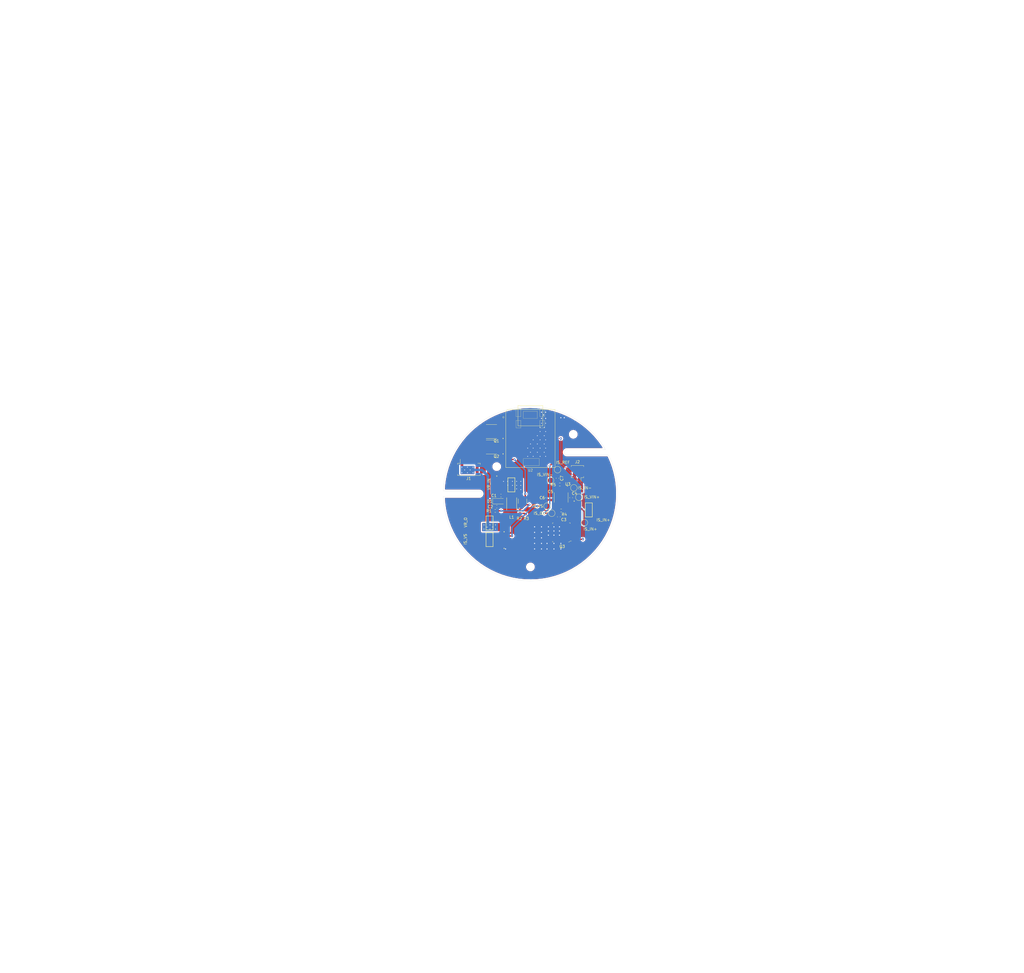
<source format=kicad_pcb>
(kicad_pcb (version 20171130) (host pcbnew 5.1.5+dfsg1-2build2)
  (layers (0 F.Cu mixed) (31 B.Cu mixed hide) (34 B.Paste user hide) (35 F.Paste user hide) (36 B.SilkS user hide) (37 F.SilkS user hide) (38 B.Mask user hide) (39 F.Mask user) (44 Edge.Cuts user hide))
  (net 0 "")
  (net 1 GND)
  (net 2 /12vRegulator/Vout)
  (net 3 "Net-(D1-Pad2)")
  (net 4 "Net-(R1-Pad2)")
  (net 5 "Net-(R2-Pad2)")
  (net 6 LED_W)
  (net 7 LED_B)
  (net 8 LED_G)
  (net 9 LED_R)
  (net 10 LED_G_IO)
  (net 11 LED_R_IO)
  (net 12 LED_W_IO)
  (net 13 LED_B_IO)
  (net 14 SHDN)
  (net 15 "Net-(Q3-Pad1)")
  (net 16 "Net-(C3-Pad1)")
  (net 17 "Net-(C4-Pad2)")
  (net 18 /currentSense/IN+)
  (net 19 /currentSense/OUT)
  (net 20 "Net-(R4-Pad2)")
  (net 21 "Net-(R5-Pad1)")
  (net 22 WirelssModule_Vin)
  (net 23 /currentSense/VS)
  (net 24 "Net-(J1-Pad1)")
  (net 25 "Net-(Q3-Pad3)")
  (net 26 +5V)
  (net 27 /12vRegulator/Vin)
  (module custom_transistors:SOIC127P600X170-8N (layer F.Cu) (at 108.05 101.8 180)
    (fp_text reference Q2 (at -1.8 -3.4) (layer F.SilkS))
    (fp_text value DMN3018SSD-13 hide)
    (pad 1 smd rect (at -2.625 -1.905 180) (size 1.58 0.59) (layers F.Cu F.Paste F.Mask) (net 1 GND))
    (pad 2 smd rect (at -2.625 -0.635 180) (size 1.58 0.59) (layers F.Cu F.Paste F.Mask) (net 12 LED_W_IO))
    (pad 3 smd rect (at -2.625 0.635 180) (size 1.58 0.59) (layers F.Cu F.Paste F.Mask) (net 1 GND))
    (pad 4 smd rect (at -2.625 1.905 180) (size 1.58 0.59) (layers F.Cu F.Paste F.Mask) (net 13 LED_B_IO))
    (pad 5 smd rect (at 2.625 1.905 180) (size 1.58 0.59) (layers F.Cu F.Paste F.Mask) (net 7 LED_B))
    (pad 6 smd rect (at 2.625 0.635 180) (size 1.58 0.59) (layers F.Cu F.Paste F.Mask) (net 7 LED_B))
    (pad 7 smd rect (at 2.625 -0.635 180) (size 1.58 0.59) (layers F.Cu F.Paste F.Mask) (net 6 LED_W))
    (pad 8 smd rect (at 2.625 -1.905 180) (size 1.58 0.59) (layers F.Cu F.Paste F.Mask) (net 6 LED_W))
  )
  (module custom_transistors:SOIC127P600X170-8N (layer F.Cu) (at 108.05 96.2 180)
    (fp_text reference Q1 (at -1.8 -3.4) (layer F.SilkS))
    (fp_text value DMN3018SSD-13 hide)
    (pad 1 smd rect (at -2.625 -1.905 180) (size 1.58 0.59) (layers F.Cu F.Paste F.Mask) (net 1 GND))
    (pad 2 smd rect (at -2.625 -0.635 180) (size 1.58 0.59) (layers F.Cu F.Paste F.Mask) (net 10 LED_G_IO))
    (pad 3 smd rect (at -2.625 0.635 180) (size 1.58 0.59) (layers F.Cu F.Paste F.Mask) (net 1 GND))
    (pad 4 smd rect (at -2.625 1.905 180) (size 1.58 0.59) (layers F.Cu F.Paste F.Mask) (net 11 LED_R_IO))
    (pad 5 smd rect (at 2.625 1.905 180) (size 1.58 0.59) (layers F.Cu F.Paste F.Mask) (net 9 LED_R))
    (pad 6 smd rect (at 2.625 0.635 180) (size 1.58 0.59) (layers F.Cu F.Paste F.Mask) (net 9 LED_R))
    (pad 7 smd rect (at 2.625 -0.635 180) (size 1.58 0.59) (layers F.Cu F.Paste F.Mask) (net 8 LED_G))
    (pad 8 smd rect (at 2.625 -1.905 180) (size 1.58 0.59) (layers F.Cu F.Paste F.Mask) (net 8 LED_G))
  )
  (module MountingHole:MountingHole_2.2mm_M2 (layer F.Cu) (at 122.15 145.2)
    (fp_text reference REF** hide)
    (fp_text value MountingHole_2.2mm_M2)
    (pad 1 np_thru_hole circle (at 0 0) (size 2.2 2.2) (drill 2.2) (layers *.Cu *.Mask))
  )
  (module MountingHole:MountingHole_2.2mm_M2 (layer F.Cu) (at 137.65 97.2)
    (fp_text reference REF** hide)
    (fp_text value MountingHole_2.2mm_M2)
    (pad 1 np_thru_hole circle (at 0 0) (size 2.2 2.2) (drill 2.2) (layers *.Cu *.Mask))
  )
  (module MountingHole:MountingHole_2.2mm_M2 (layer F.Cu) (at 109.95 108.9)
    (fp_text reference REF** hide)
    (fp_text value MountingHole_2.2mm_M2)
    (pad 1 np_thru_hole circle (at 0 0) (size 2.2 2.2) (drill 2.2) (layers *.Cu *.Mask))
  )
  (module TestPoint:TestPoint_Pad_D2.0mm (layer F.Cu) (at 129.858518 125.774728 270)
    (fp_text reference TP7 hide)
    (fp_text value TestPoint_SMDpad hide)
    (pad 1 smd circle (at 0 0 270) (size 2 2) (layers F.Cu F.Mask) (net 19 /currentSense/OUT))
  )
  (module TestPoint:TestPoint_Pad_D2.0mm (layer F.Cu) (at 129.45 113.9 270)
    (fp_text reference TP6 hide)
    (fp_text value TestPoint_SMDpad hide)
    (pad 1 smd circle (at 0 0 270) (size 2 2) (layers F.Cu F.Mask) (net 17 "Net-(C4-Pad2)"))
  )
  (module TestPoint:TestPoint_Pad_D2.0mm (layer F.Cu) (at 137.858518 116.574728 270)
    (fp_text reference TP5 hide)
    (fp_text value TestPoint_SMDpad hide)
    (pad 1 smd circle (at 0 0 270) (size 2 2) (layers F.Cu F.Mask) (net 22 WirelssModule_Vin))
  )
  (module TestPoint:TestPoint_Pad_D2.0mm (layer F.Cu) (at 128.15 123.2 270)
    (fp_text reference TP4 hide)
    (fp_text value TestPoint_SMDpad hide)
    (pad 1 smd circle (at 0 0 270) (size 2 2) (layers F.Cu F.Mask) (net 23 /currentSense/VS))
  )
  (module TestPoint:TestPoint_Pad_D2.0mm (layer F.Cu) (at 141.658518 129.174728 270)
    (fp_text reference TP3 hide)
    (fp_text value TestPoint_SMDpad hide)
    (pad 1 smd circle (at 0 0 270) (size 2 2) (layers F.Cu F.Mask) (net 18 /currentSense/IN+))
  )
  (module TestPoint:TestPoint_Pad_D2.0mm (layer F.Cu) (at 139.658517 119.974728 270)
    (fp_text reference TP2 hide)
    (fp_text value TestPoint_SMDpad hide)
    (pad 1 smd circle (at 0 0 270) (size 2 2) (layers F.Cu F.Mask) (net 16 "Net-(C3-Pad1)"))
  )
  (module TestPoint:TestPoint_Pad_D2.0mm (layer F.Cu) (at 131.95 110 270)
    (fp_text reference TP1 hide)
    (fp_text value TestPoint_SMDpad hide)
    (pad 1 smd circle (at 0 0 270) (size 2 2) (layers F.Cu F.Mask) (net 1 GND))
  )
  (module custom_modules:SOP65P640X120-16N (layer F.Cu) (at 133.258518 120.074729 270)
    (fp_text reference U3 (at -4.874729 -2.391482 180) (layer F.SilkS))
    (fp_text value INA250A3PWR)
    (pad 1 smd rect (at -2.87 -2.275 270) (size 1.57 0.41) (layers F.Cu F.Paste F.Mask) (net 22 WirelssModule_Vin))
    (pad 2 smd rect (at -2.87 -1.625 270) (size 1.57 0.41) (layers F.Cu F.Paste F.Mask) (net 22 WirelssModule_Vin))
    (pad 3 smd rect (at -2.87 -0.975 270) (size 1.57 0.41) (layers F.Cu F.Paste F.Mask) (net 22 WirelssModule_Vin))
    (pad 4 smd rect (at -2.87 -0.325 270) (size 1.57 0.41) (layers F.Cu F.Paste F.Mask) (net 21 "Net-(R5-Pad1)"))
    (pad 5 smd rect (at -2.87 0.325 270) (size 1.57 0.41) (layers F.Cu F.Paste F.Mask) (net 17 "Net-(C4-Pad2)"))
    (pad 6 smd rect (at -2.87 0.975 270) (size 1.57 0.41) (layers F.Cu F.Paste F.Mask) (net 1 GND))
    (pad 7 smd rect (at -2.87 1.625 270) (size 1.57 0.41) (layers F.Cu F.Paste F.Mask) (net 1 GND))
    (pad 8 smd rect (at -2.87 2.275 270) (size 1.57 0.41) (layers F.Cu F.Paste F.Mask) (net 1 GND))
    (pad 9 smd rect (at 2.87 2.275 270) (size 1.57 0.41) (layers F.Cu F.Paste F.Mask) (net 19 /currentSense/OUT))
    (pad 10 smd rect (at 2.87 1.625 270) (size 1.57 0.41) (layers F.Cu F.Paste F.Mask) (net 23 /currentSense/VS))
    (pad 11 smd rect (at 2.87 0.975 270) (size 1.57 0.41) (layers F.Cu F.Paste F.Mask) (net 1 GND))
    (pad 12 smd rect (at 2.87 0.325 270) (size 1.57 0.41) (layers F.Cu F.Paste F.Mask) (net 16 "Net-(C3-Pad1)"))
    (pad 13 smd rect (at 2.87 -0.325 270) (size 1.57 0.41) (layers F.Cu F.Paste F.Mask) (net 20 "Net-(R4-Pad2)"))
    (pad 14 smd rect (at 2.87 -0.975 270) (size 1.57 0.41) (layers F.Cu F.Paste F.Mask) (net 18 /currentSense/IN+))
    (pad 15 smd rect (at 2.87 -1.625 270) (size 1.57 0.41) (layers F.Cu F.Paste F.Mask) (net 18 /currentSense/IN+))
    (pad 16 smd rect (at 2.87 -2.275 270) (size 1.57 0.41) (layers F.Cu F.Paste F.Mask) (net 18 /currentSense/IN+))
  )
  (module custom_modules:SOT95P280X145-5N (layer F.Cu) (at 119.3 121.4 90)
    (fp_text reference U1 (at 0.2 2.35 180) (layer F.SilkS) (effects (font (size 0.64 0.64) (thickness 0.015))))
    (fp_text value AP3012KTR-G1 hide)
    (pad 1 smd rect (at -1.25 -0.95 90) (size 1.17 0.51) (layers F.Cu F.Paste F.Mask) (net 3 "Net-(D1-Pad2)"))
    (pad 4 smd rect (at 1.25 0.95 90) (size 1.17 0.51) (layers F.Cu F.Paste F.Mask) (net 14 SHDN))
    (pad 2 smd rect (at -1.25 0 90) (size 1.17 0.51) (layers F.Cu F.Paste F.Mask) (net 1 GND))
    (pad 3 smd rect (at -1.25 0.95 90) (size 1.17 0.51) (layers F.Cu F.Paste F.Mask) (net 4 "Net-(R1-Pad2)"))
    (pad 5 smd rect (at 1.25 -0.95 90) (size 1.17 0.51) (layers F.Cu F.Paste F.Mask) (net 27 /12vRegulator/Vin))
  )
  (module custom_passives:R_0603_1608Metric_NetTie (layer F.Cu) (at 132.775 115.374728 180)
    (fp_text reference R5 (at 2.375 -0.075272) (layer F.SilkS))
    (fp_text value NetTie)
    (fp_poly (pts (xy 0.6 0.4) (xy -0.6 0.4) (xy -0.6 -0.4) (xy 0.6 -0.4)) (layer F.Cu) (width 0.1))
    (pad 2 smd roundrect (at 0.825 0 180) (size 0.8 0.95) (layers F.Cu F.Paste F.Mask) (net 17 "Net-(C4-Pad2)"))
    (pad 1 smd roundrect (at -0.825 0 180) (size 0.8 0.95) (layers F.Cu F.Paste F.Mask) (net 21 "Net-(R5-Pad1)"))
  )
  (module custom_passives:R_0603_1608Metric_NetTie (layer F.Cu) (at 133.258518 124.774729)
    (fp_text reference R4 (at 1.141482 1.425271) (layer F.SilkS))
    (fp_text value NetTie)
    (fp_poly (pts (xy 0.6 0.4) (xy -0.6 0.4) (xy -0.6 -0.4) (xy 0.6 -0.4)) (layer F.Cu) (width 0.1))
    (pad 2 smd roundrect (at 0.825 0) (size 0.8 0.95) (layers F.Cu F.Paste F.Mask) (net 20 "Net-(R4-Pad2)"))
    (pad 1 smd roundrect (at -0.825 0) (size 0.8 0.95) (layers F.Cu F.Paste F.Mask) (net 16 "Net-(C3-Pad1)"))
  )
  (module custom_passives:C_0603_1608Metric_DNP (layer F.Cu) (at 131.95 113.1 90)
    (fp_text reference C7 (at 0 1.55 90) (layer F.SilkS))
    (fp_text value DNP)
    (pad 2 smd roundrect (at 0.775 0 90) (size 0.9 0.95) (layers F.Cu F.Paste F.Mask) (net 1 GND))
    (pad 1 smd roundrect (at -0.775 0 90) (size 0.9 0.95) (layers F.Cu F.Paste F.Mask) (net 17 "Net-(C4-Pad2)"))
  )
  (module custom_passives:C_0603_1608Metric_DNP (layer F.Cu) (at 136.858518 120.149728 90)
    (fp_text reference C4 (at 1.549728 1.241482 180) (layer F.SilkS))
    (fp_text value DNP)
    (pad 2 smd roundrect (at 0.775 0 90) (size 0.9 0.95) (layers F.Cu F.Paste F.Mask) (net 17 "Net-(C4-Pad2)"))
    (pad 1 smd roundrect (at -0.775 0 90) (size 0.9 0.95) (layers F.Cu F.Paste F.Mask) (net 16 "Net-(C3-Pad1)"))
  )
  (module custom_passives:C_0603_1608Metric_DNP (layer F.Cu) (at 132.45 127.075 270)
    (fp_text reference C3 (at 1.025 -1.75 180) (layer F.SilkS))
    (fp_text value DNP)
    (pad 2 smd roundrect (at 0.775 0 270) (size 0.9 0.95) (layers F.Cu F.Paste F.Mask) (net 1 GND))
    (pad 1 smd roundrect (at -0.775 0 270) (size 0.9 0.95) (layers F.Cu F.Paste F.Mask) (net 16 "Net-(C3-Pad1)"))
  )
  (module "" (layer F.Cu) (at 18 62)
    (fp_text reference "" (at -69.5 -59.75) (layer F.SilkS) (effects (font (size 1.27 1.27))))
    (fp_text value "" (at -69.5 -59.75) (layer F.SilkS) (effects (font (size 1.27 1.27))))
  )
  (module "" (layer F.Cu) (at -69.5 -59.75)
    (fp_text reference "" (at 173 182.5) (layer F.SilkS) (effects (font (size 1.27 1.27))))
    (fp_text value "" (at 173 182.5) (layer F.SilkS) (effects (font (size 1.27 1.27))))
  )
  (module "" (layer F.Cu) (at 173 182.5)
    (fp_text reference "" (at 127.5 109.5) (layer F.SilkS) (effects (font (size 1.27 1.27))))
    (fp_text value "" (at 127.5 109.5) (layer F.SilkS) (effects (font (size 1.27 1.27))))
  )
  (module "" (layer F.Cu) (at 106.65 116.2)
    (fp_text reference "" (at 153.3 120.375) (layer F.SilkS) (effects (font (size 1.27 1.27))))
    (fp_text value "" (at 153.3 120.375) (layer F.SilkS) (effects (font (size 1.27 1.27))))
    (fp_text user VR_IN (at 0.45 -0.9 270) (layer F.SilkS))
  )
  (module custom_connectors:SAMTEC_TSM-102-01-T-SH (layer F.Cu) (at 115.25 115.5 270)
    (fp_text reference TP11 hide)
    (fp_text value TestPoint_CurrentShunt)
    (pad 2 smd rect (at 1.27 5.28 270) (size 1.27 3.18) (layers F.Cu F.Paste F.Mask) (net 27 /12vRegulator/Vin))
    (pad 1 smd rect (at -1.27 5.28 270) (size 1.27 3.18) (layers F.Cu F.Paste F.Mask) (net 26 +5V))
  )
  (module custom_connectors:SAMTEC_TSM-102-01-T-SH (layer F.Cu) (at 107.35 135.3 90)
    (fp_text reference TP10 hide)
    (fp_text value TestPoint_CurrentShunt)
    (pad 2 smd rect (at 1.27 5.28 90) (size 1.27 3.18) (layers F.Cu F.Paste F.Mask) (net 23 /currentSense/VS))
    (pad 1 smd rect (at -1.27 5.28 90) (size 1.27 3.18) (layers F.Cu F.Paste F.Mask) (net 26 +5V))
  )
  (module custom_connectors:SAMTEC_TSM-102-01-T-SH (layer F.Cu) (at 143.258518 124.574728 270)
    (fp_text reference TP9 hide)
    (fp_text value TestPoint_CurrentShunt)
    (pad 1 smd rect (at -1.27 5.28 270) (size 1.27 3.18) (layers F.Cu F.Paste F.Mask) (net 18 /currentSense/IN+))
    (pad 2 smd rect (at 1.27 5.28 270) (size 1.27 3.18) (layers F.Cu F.Paste F.Mask) (net 25 "Net-(Q3-Pad3)"))
  )
  (module custom_connectors:SAMTEC_TSM-102-01-T-SH (layer F.Cu) (at 107.35 129.3 90)
    (fp_text reference TP8 hide)
    (fp_text value TestPoint_CurrentShunt)
    (pad 2 smd rect (at 1.27 5.28 90) (size 1.27 3.18) (layers F.Cu F.Paste F.Mask) (net 2 /12vRegulator/Vout))
    (pad 1 smd rect (at -1.27 5.28 90) (size 1.27 3.18) (layers F.Cu F.Paste F.Mask) (net 24 "Net-(J1-Pad1)"))
  )
  (module custom_inductors:IND_LQH43PN100M26L (layer F.Cu) (at 115.35 122.4 270)
    (fp_text reference L1 (at 4.8 0) (layer F.SilkS))
    (fp_text value 10u hide)
    (pad 1 smd custom (at -1.426 0.014 270) (size 0.5 0.5) (layers F.Cu F.Paste F.Mask) (net 27 /12vRegulator/Vin) (options (clearance outline) (anchor circle)) (primitives (gr_poly (pts (xy 0.67593 -1.513511) (xy -0.82407 -1.513511) (xy -0.82407 -0.763511) (xy -2.32407 -0.763511) (xy -2.32407 0.736489) (xy -0.82407 0.736489) (xy -0.82407 1.486489) (xy 0.67593 1.486489)) (width 0))))
    (pad 2 smd custom (at 1.426 0.014 270) (size 0.5 0.5) (layers F.Cu F.Paste F.Mask) (net 3 "Net-(D1-Pad2)") (options (clearance outline) (anchor circle)) (primitives (gr_poly (pts (xy -0.67593 -1.513511) (xy 0.82407 -1.513511) (xy 0.82407 -0.763511) (xy 2.32407 -0.763511) (xy 2.32407 0.736489) (xy 0.82407 0.736489) (xy 0.82407 1.486489) (xy -0.67593 1.486489)) (width 0))))
  )
  (module custom_modules:Seeeduino_XIAO-MOUDLE14P-2p54-21X17p8MM (layer F.Cu) (at 122.15 98.7)
    (fp_text reference U2 (at 0 11.5) (layer F.SilkS) (effects (font (size 0.889 0.889) (thickness 0.1016))))
    (fp_text value SeeeduinoXIAO hide)
    (pad 12 smd circle (at 1.338803 -5.764187 90) (size 1.143 1.143) (layers F.Cu F.Paste F.Mask) (net 1 GND))
    (pad 18 smd circle (at -1.201197 -5.764187 90) (size 1.143 1.143) (layers F.Cu F.Paste F.Mask))
    (pad 17 smd circle (at 1.338803 -8.304187 90) (size 1.143 1.143) (layers F.Cu F.Paste F.Mask))
    (pad 16 smd circle (at -1.201197 -8.304187 90) (size 1.143 1.143) (layers F.Cu F.Paste F.Mask))
    (pad 12 smd oval (at 1.35 8.7 90) (size 2.032 1.016) (layers F.Cu F.Paste F.Mask) (net 1 GND))
    (pad 13 smd oval (at -1.2 8.7 90) (size 2.032 1.016) (layers F.Cu F.Paste F.Mask) (net 26 +5V))
    (pad 0 smd oval (at -8.06688 -7.61782) (size 2.74828 1.99898) (layers F.Cu F.Paste F.Mask) (net 11 LED_R_IO))
    (pad 1 smd oval (at -8.06688 -5.07782) (size 2.74828 1.99898) (layers F.Cu F.Paste F.Mask) (net 10 LED_G_IO))
    (pad 2 smd oval (at -8.06688 -2.53782) (size 2.74828 1.99898) (layers F.Cu F.Paste F.Mask) (net 13 LED_B_IO))
    (pad 3 smd oval (at -8.06688 0.00218) (size 2.74828 1.99898) (layers F.Cu F.Paste F.Mask) (net 12 LED_W_IO))
    (pad 4 smd oval (at -8.06688 2.54218) (size 2.74828 1.99898) (layers F.Cu F.Paste F.Mask))
    (pad 5 smd oval (at -8.06688 5.08218) (size 2.74828 1.99898) (layers F.Cu F.Paste F.Mask))
    (pad 6 smd oval (at -8.06688 7.62218) (size 2.74828 1.99898) (layers F.Cu F.Paste F.Mask) (net 14 SHDN))
    (pad 7 smd oval (at 8.09768 7.62218) (size 2.74828 1.99898) (layers F.Cu F.Paste F.Mask) (net 19 /currentSense/OUT))
    (pad 8 smd oval (at 8.09768 5.08218) (size 2.74828 1.99898) (layers F.Cu F.Paste F.Mask))
    (pad 9 smd oval (at 8.09768 2.54218) (size 2.74828 1.99898) (layers F.Cu F.Paste F.Mask))
    (pad 10 smd oval (at 8.09768 0.00218) (size 2.74828 1.99898) (layers F.Cu F.Paste F.Mask) (net 15 "Net-(Q3-Pad1)"))
    (pad 11 smd oval (at 8.09768 -2.53782) (size 2.74828 1.99898) (layers F.Cu F.Paste F.Mask))
    (pad 12 smd oval (at 8.09768 -5.07782) (size 2.74828 1.99898) (layers F.Cu F.Paste F.Mask) (net 1 GND))
    (pad 13 smd oval (at 8.09768 -7.61782) (size 2.74828 1.99898) (layers F.Cu F.Paste F.Mask) (net 26 +5V))
  )
  (module Diode_SMD:D_SOD-123 (layer F.Cu) (at 110.7 121.4)
    (fp_text reference D1 (at -3.3 0.05) (layer F.SilkS))
    (fp_text value 1N5819 hide)
    (pad 2 smd rect (at 1.65 0) (size 0.9 1.2) (layers F.Cu F.Paste F.Mask) (net 3 "Net-(D1-Pad2)"))
    (pad 1 smd rect (at -1.65 0) (size 0.9 1.2) (layers F.Cu F.Paste F.Mask) (net 2 /12vRegulator/Vout))
  )
  (module Connector_Molex:Molex_PicoBlade_53261-0271_1x02-1MP_P1.25mm_Horizontal (layer F.Cu) (at 139.15 111.2 180)
    (fp_text reference J2 (at 0 4) (layer F.SilkS))
    (fp_text value PicoBlade_2Pin_SMD_Horizontal)
    (pad 1 smd roundrect (at -0.625 -2.4 180) (size 0.8 1.6) (layers F.Cu F.Paste F.Mask) (net 22 WirelssModule_Vin))
    (pad 2 smd roundrect (at 0.625 -2.4 180) (size 0.8 1.6) (layers F.Cu F.Paste F.Mask) (net 1 GND))
    (pad MP smd roundrect (at -3.175 0.5 180) (size 2.1 3) (layers F.Cu F.Paste F.Mask) (roundrect_rratio 0.119048))
    (pad MP smd roundrect (at 3.175 0.5 180) (size 2.1 3) (layers F.Cu F.Paste F.Mask) (roundrect_rratio 0.119048))
  )
  (module Connector_Molex:Molex_PicoBlade_53261-0571_1x05-1MP_P1.25mm_Horizontal (layer F.Cu) (at 99.9 109.4)
    (fp_text reference J1 (at -0.1 3.8) (layer F.SilkS))
    (fp_text value PicoBlade_5Pin_SMD_Horizontal)
    (pad 1 smd roundrect (at -2.5 -2.4) (size 0.8 1.6) (layers F.Cu F.Paste F.Mask) (net 24 "Net-(J1-Pad1)"))
    (pad 2 smd roundrect (at -1.25 -2.4) (size 0.8 1.6) (layers F.Cu F.Paste F.Mask) (net 9 LED_R))
    (pad 3 smd roundrect (at 0 -2.4) (size 0.8 1.6) (layers F.Cu F.Paste F.Mask) (net 8 LED_G))
    (pad 4 smd roundrect (at 1.25 -2.4) (size 0.8 1.6) (layers F.Cu F.Paste F.Mask) (net 7 LED_B))
    (pad 5 smd roundrect (at 2.5 -2.4) (size 0.8 1.6) (layers F.Cu F.Paste F.Mask) (net 6 LED_W))
    (pad MP smd roundrect (at -5.05 0.5) (size 2.1 3) (layers F.Cu F.Paste F.Mask) (roundrect_rratio 0.119048))
    (pad MP smd roundrect (at 5.05 0.5) (size 2.1 3) (layers F.Cu F.Paste F.Mask) (roundrect_rratio 0.119048))
  )
  (module Resistor_SMD:R_0603_1608Metric (layer F.Cu) (at 120.35 125.3025 90)
    (fp_text reference R3 (at -2.3975 0.3 180) (layer F.SilkS))
    (fp_text value 1.13k)
    (pad 2 smd roundrect (at 0.825 0 90) (size 0.8 0.95) (layers F.Cu F.Paste F.Mask) (net 1 GND))
    (pad 1 smd roundrect (at -0.825 0 90) (size 0.8 0.95) (layers F.Cu F.Paste F.Mask) (net 5 "Net-(R2-Pad2)"))
  )
  (module Resistor_SMD:R_0603_1608Metric (layer F.Cu) (at 118.35 124.9975 270)
    (fp_text reference R2 (at 2.7025 0.2 180) (layer F.SilkS))
    (fp_text value 1.37k)
    (pad 2 smd roundrect (at 0.825 0 270) (size 0.8 0.95) (layers F.Cu F.Paste F.Mask) (net 5 "Net-(R2-Pad2)"))
    (pad 1 smd roundrect (at -0.825 0 270) (size 0.8 0.95) (layers F.Cu F.Paste F.Mask) (net 4 "Net-(R1-Pad2)"))
  )
  (module Resistor_SMD:R_0603_1608Metric (layer F.Cu) (at 109.4475 124.9)
    (fp_text reference R1 (at -2.2975 0.05) (layer F.SilkS))
    (fp_text value 21.5k)
    (pad 2 smd roundrect (at 0.825 0) (size 0.8 0.95) (layers F.Cu F.Paste F.Mask) (net 4 "Net-(R1-Pad2)"))
    (pad 1 smd roundrect (at -0.825 0) (size 0.8 0.95) (layers F.Cu F.Paste F.Mask) (net 2 /12vRegulator/Vout))
  )
  (module Capacitor_SMD:C_0603_1608Metric (layer F.Cu) (at 109.9875 123.4)
    (fp_text reference C2 (at -2.3375 0.05) (layer F.SilkS))
    (fp_text value C_1uF)
    (pad 2 smd roundrect (at 0.775 0) (size 0.9 0.95) (layers F.Cu F.Paste F.Mask) (net 1 GND))
    (pad 1 smd roundrect (at -0.775 0) (size 0.9 0.95) (layers F.Cu F.Paste F.Mask) (net 2 /12vRegulator/Vout))
  )
  (module Capacitor_SMD:C_0603_1608Metric (layer F.Cu) (at 111.4875 119.4 180)
    (fp_text reference C1 (at 2.5375 0) (layer F.SilkS))
    (fp_text value C_1uF)
    (pad 2 smd roundrect (at 0.775 0 180) (size 0.9 0.95) (layers F.Cu F.Paste F.Mask) (net 1 GND))
    (pad 1 smd roundrect (at -0.775 0 180) (size 0.9 0.95) (layers F.Cu F.Paste F.Mask) (net 27 /12vRegulator/Vin))
  )
  (module Capacitor_SMD:C_0603_1608Metric (layer F.Cu) (at 128.15 120.174728 270)
    (fp_text reference C6 (at 0 1.75 180) (layer F.SilkS))
    (fp_text value C_1uF)
    (pad 2 smd roundrect (at 0.775 0 270) (size 0.9 0.95) (layers F.Cu F.Paste F.Mask) (net 23 /currentSense/VS))
    (pad 1 smd roundrect (at -0.775 0 270) (size 0.9 0.95) (layers F.Cu F.Paste F.Mask) (net 1 GND))
  )
  (module Capacitor_SMD:C_0603_1608Metric (layer F.Cu) (at 129.658518 120.174728 270)
    (fp_text reference C5 (at -2.224728 0.258518 180) (layer F.SilkS))
    (fp_text value C_0.1uF)
    (pad 2 smd roundrect (at 0.775 0 270) (size 0.9 0.95) (layers F.Cu F.Paste F.Mask) (net 23 /currentSense/VS))
    (pad 1 smd roundrect (at -0.775 0 270) (size 0.9 0.95) (layers F.Cu F.Paste F.Mask) (net 1 GND))
  )
  (module digikey-footprints:TO-252-3 (layer F.Cu) (at 133.65 132.7 180)
    (fp_text reference Q3 (at 0 -5.1 180) (layer F.SilkS))
    (fp_text value IRLR6225TRPBF)
    (pad 3 smd rect (at -4.08 2.285) (size 3 1.6) (layers F.Cu F.Paste F.Mask) (net 25 "Net-(Q3-Pad3)"))
    (pad 4 smd rect (at 3.09 0) (size 6.2 5.8) (layers F.Cu F.Paste F.Mask) (net 26 +5V))
    (pad 1 smd rect (at -4.08 -2.285) (size 3 1.6) (layers F.Cu F.Paste F.Mask) (net 15 "Net-(Q3-Pad1)"))
  )
  (gr_text IS_REF (at 133.9 107.4) (layer F.SilkS) (effects (font (size 1 1))))
  (gr_text IS_VS (at 124.7 123.2) (layer F.SilkS) (effects (font (size 1 1))))
  (gr_text IS_OUT (at 125.8 125.8) (layer F.SilkS) (effects (font (size 1 1))))
  (gr_text IS_IN+ (at 143.8 131.5) (layer F.SilkS) (effects (font (size 1 1))))
  (gr_text IS_IN+ (at 148.5 128.2) (layer F.SilkS) (effects (font (size 1 1))))
  (gr_text IS_VIN- (at 127.4 111.8) (layer F.SilkS) (effects (font (size 1 1))))
  (gr_text IS_IN- (at 141.8 116.6) (layer F.SilkS) (effects (font (size 1 1))))
  (gr_text IS_VIN+ (at 144.3 119.9) (layer F.SilkS) (effects (font (size 1 1))))
  (gr_text IS_VS (at 98.6 135.2 90) (layer F.SilkS) (effects (font (size 1 1))))
  (gr_text VR_O (at 98.7 129.1 90) (layer F.SilkS) (effects (font (size 1 1))))
  (gr_arc (start 122.15 118.7) (end 90.666 119.7) (angle -204.569) (layer Edge.Cuts) (width 0.05))
  (gr_arc (start 103.666 118.7) (end 103.666 119.7) (angle -180) (layer Edge.Cuts) (width 0.05))
  (gr_line (start 90.666 119.7) (end 103.666 119.7) (angle 90) (layer Edge.Cuts) (width 0.05))
  (gr_line (start 90.666 117.7) (end 103.666 117.7) (angle 90) (layer Edge.Cuts) (width 0.05))
  (gr_arc (start 135.368 103.7) (end 135.368 102.7) (angle -180) (layer Edge.Cuts) (width 0.05))
  (gr_line (start 135.368 104.7) (end 150.368 104.7) (angle 90) (layer Edge.Cuts) (width 0.05))
  (gr_line (start 135.368 102.7) (end 149.284 102.7) (angle 90) (layer Edge.Cuts) (width 0.05))
  (gr_arc (start 122.15 118.7) (end 149.284 102.7) (angle -147.654) (layer Edge.Cuts) (width 0.05))
  (segment (start 132.283518 122.944729) (end 132.283518 120.833518) (width 0.2) (layer F.Cu) (net 1))
  (segment (start 130.983518 117.204729) (end 132.028517 117.204729) (width 1) (layer F.Cu) (net 1))
  (segment (start 119.3 121.865) (end 119.765 121.4) (width 0.2) (layer F.Cu) (net 1))
  (segment (start 119.765 121.4) (end 121.85 121.4) (width 0.2) (layer F.Cu) (net 1))
  (segment (start 119.3 122.65) (end 119.3 121.865) (width 0.2) (layer F.Cu) (net 1))
  (segment (start 121.85 121.4) (end 122.15 121.7) (width 0.2) (layer F.Cu) (net 1))
  (segment (start 115.336 123.826) (end 115.336 125.6) (width 0.5) (layer F.Cu) (net 3))
  (segment (start 115.336 123.826) (end 115.336 122.5) (width 0.5) (layer F.Cu) (net 3))
  (segment (start 115.336 123.826) (end 116.65 123.826) (width 0.5) (layer F.Cu) (net 3))
  (segment (start 117.595 122.65) (end 118.35 122.65) (width 0.5) (layer F.Cu) (net 3))
  (segment (start 116.65 123.595) (end 117.595 122.65) (width 0.5) (layer F.Cu) (net 3))
  (segment (start 116.65 123.826) (end 116.65 123.595) (width 0.5) (layer F.Cu) (net 3))
  (segment (start 110.2725 124.9) (end 110.6725 124.9) (width 0.5) (layer F.Cu) (net 4))
  (segment (start 110.6725 124.9) (end 111.55 124.9) (width 0.5) (layer F.Cu) (net 4))
  (segment (start 111.55 124.9) (end 111.55 124.9) (width 0.5) (layer F.Cu) (net 4))
  (via (at 111.55 124.9) (size 0.8) (drill 0.3) (layers F.Cu B.Cu) (net 4))
  (segment (start 111.55 124.9) (end 119.55 124.9) (width 0.5) (layer B.Cu) (net 4))
  (segment (start 119.55 124.9) (end 121.75 122.7) (width 0.5) (layer B.Cu) (net 4))
  (segment (start 121.75 122.7) (end 121.75 122.7) (width 0.5) (layer B.Cu) (net 4))
  (via (at 121.75 122.7) (size 0.8) (drill 0.3) (layers F.Cu B.Cu) (net 4))
  (segment (start 120.3 122.7) (end 120.25 122.65) (width 0.5) (layer F.Cu) (net 4))
  (segment (start 121.75 122.7) (end 120.3 122.7) (width 0.5) (layer F.Cu) (net 4))
  (segment (start 120.25 123.1) (end 120.25 122.65) (width 0.2) (layer F.Cu) (net 4))
  (segment (start 119.1775 124.1725) (end 120.25 123.1) (width 0.2) (layer F.Cu) (net 4))
  (segment (start 118.35 124.1725) (end 119.1775 124.1725) (width 0.2) (layer F.Cu) (net 4))
  (segment (start 120.045 125.8225) (end 120.35 126.1275) (width 0.5) (layer F.Cu) (net 5))
  (segment (start 118.35 125.8225) (end 120.045 125.8225) (width 0.5) (layer F.Cu) (net 5))
  (segment (start 105.425 102.435) (end 105.425 103.705) (width 0.5) (layer F.Cu) (net 6))
  (segment (start 102.4 105.74) (end 102.4 107) (width 0.5) (layer F.Cu) (net 6))
  (segment (start 104.435 103.705) (end 102.4 105.74) (width 0.5) (layer F.Cu) (net 6))
  (segment (start 105.425 103.705) (end 104.435 103.705) (width 0.5) (layer F.Cu) (net 6))
  (segment (start 105.425 99.895) (end 105.425 101.165) (width 0.5) (layer F.Cu) (net 7))
  (segment (start 101.15 103.3) (end 101.15 107) (width 0.5) (layer F.Cu) (net 7))
  (segment (start 103.285 101.165) (end 101.15 103.3) (width 0.5) (layer F.Cu) (net 7))
  (segment (start 105.425 101.165) (end 103.285 101.165) (width 0.5) (layer F.Cu) (net 7))
  (segment (start 105.425 96.835) (end 105.425 98.105) (width 0.5) (layer F.Cu) (net 8))
  (segment (start 99.9 102.64) (end 99.9 107) (width 0.5) (layer F.Cu) (net 8))
  (segment (start 104.435 98.105) (end 99.9 102.64) (width 0.5) (layer F.Cu) (net 8))
  (segment (start 105.425 98.105) (end 104.435 98.105) (width 0.5) (layer F.Cu) (net 8))
  (segment (start 105.425 94.295) (end 105.425 95.565) (width 0.5) (layer F.Cu) (net 9))
  (segment (start 104.435 95.565) (end 105.425 95.565) (width 0.5) (layer F.Cu) (net 9))
  (segment (start 98.65 101.35) (end 104.435 95.565) (width 0.5) (layer F.Cu) (net 9))
  (segment (start 98.65 107) (end 98.65 101.35) (width 0.5) (layer F.Cu) (net 9))
  (segment (start 113.70847 93.62218) (end 114.08312 93.62218) (width 0.5) (layer F.Cu) (net 10))
  (segment (start 112.15 95.18065) (end 113.70847 93.62218) (width 0.5) (layer F.Cu) (net 10))
  (segment (start 112.15 96.2) (end 112.15 95.18065) (width 0.5) (layer F.Cu) (net 10))
  (segment (start 111.515 96.835) (end 112.15 96.2) (width 0.5) (layer F.Cu) (net 10))
  (segment (start 110.675 96.835) (end 111.515 96.835) (width 0.5) (layer F.Cu) (net 10))
  (segment (start 110.675 93.8) (end 110.675 94.295) (width 0.5) (layer F.Cu) (net 11))
  (segment (start 110.675 92.91616) (end 110.675 93.8) (width 0.5) (layer F.Cu) (net 11))
  (segment (start 112.50898 91.08218) (end 110.675 92.91616) (width 0.5) (layer F.Cu) (net 11))
  (segment (start 114.08312 91.08218) (end 112.50898 91.08218) (width 0.5) (layer F.Cu) (net 11))
  (segment (start 112.15 100.6353) (end 114.08312 98.70218) (width 0.5) (layer F.Cu) (net 12))
  (segment (start 112.15 101.7) (end 112.15 100.6353) (width 0.5) (layer F.Cu) (net 12))
  (segment (start 111.415 102.435) (end 112.15 101.7) (width 0.5) (layer F.Cu) (net 12))
  (segment (start 110.675 102.435) (end 111.415 102.435) (width 0.5) (layer F.Cu) (net 12))
  (segment (start 113.18782 96.16218) (end 114.08312 96.16218) (width 0.5) (layer F.Cu) (net 13))
  (segment (start 112.15 99.41) (end 112.15 97.2) (width 0.5) (layer F.Cu) (net 13))
  (segment (start 112.15 97.2) (end 113.18782 96.16218) (width 0.5) (layer F.Cu) (net 13))
  (segment (start 111.665 99.895) (end 112.15 99.41) (width 0.5) (layer F.Cu) (net 13))
  (segment (start 110.675 99.895) (end 111.665 99.895) (width 0.5) (layer F.Cu) (net 13))
  (segment (start 120.25 119.365) (end 120.25 120.15) (width 0.5) (layer F.Cu) (net 14))
  (segment (start 120.25 118.8) (end 120.25 118.8) (width 0.5) (layer F.Cu) (net 14))
  (via (at 120.25 118.8) (size 0.8) (drill 0.3) (layers F.Cu B.Cu) (net 14))
  (segment (start 120.25 118.8) (end 120.25 119.365) (width 0.5) (layer F.Cu) (net 14))
  (segment (start 114.08312 106.32218) (end 116.35 106.3) (width 0.5) (layer F.Cu) (net 14))
  (via (at 116.35 106.3) (size 0.8) (drill 0.3) (layers F.Cu B.Cu) (net 14))
  (segment (start 120.25 110.2) (end 120.25 118.8) (width 0.5) (layer B.Cu) (net 14))
  (segment (start 116.35 106.3) (end 120.25 110.2) (width 0.5) (layer B.Cu) (net 14))
  (segment (start 130.24768 98.70218) (end 133.15 98.7) (width 0.2) (layer F.Cu) (net 15))
  (via (at 133.15 98.7) (size 0.8) (drill 0.4) (layers F.Cu B.Cu) (net 15))
  (via (at 141.15 135.2) (size 0.8) (drill 0.3) (layers F.Cu B.Cu) (net 15))
  (segment (start 137.945 135.2) (end 137.73 134.985) (width 0.2) (layer F.Cu) (net 15))
  (segment (start 141.15 135.2) (end 137.945 135.2) (width 0.5) (layer F.Cu) (net 15))
  (segment (start 133.15 107.55) (end 133.15 98.7) (width 0.2) (layer B.Cu) (net 15))
  (segment (start 141.15 115.55) (end 133.15 107.55) (width 0.2) (layer B.Cu) (net 15))
  (segment (start 141.15 135.2) (end 141.15 115.55) (width 0.2) (layer B.Cu) (net 15))
  (segment (start 132.55 124.2) (end 132.55 124.658247) (width 0.2) (layer F.Cu) (net 16))
  (segment (start 132.933518 122.944729) (end 132.933518 123.816482) (width 0.2) (layer F.Cu) (net 16))
  (segment (start 132.55 124.658247) (end 132.433518 124.774729) (width 0.2) (layer F.Cu) (net 16))
  (segment (start 132.933518 123.816482) (end 132.55 124.2) (width 0.2) (layer F.Cu) (net 16))
  (segment (start 132.433518 126.283518) (end 132.45 126.3) (width 0.2) (layer F.Cu) (net 16))
  (segment (start 132.433518 124.774729) (end 132.433518 126.283518) (width 0.2) (layer F.Cu) (net 16))
  (segment (start 136.383518 120.924728) (end 136.858518 120.924728) (width 0.2) (layer F.Cu) (net 16))
  (segment (start 132.933518 122.944729) (end 132.933518 122.064727) (width 0.2) (layer F.Cu) (net 16))
  (segment (start 132.933518 122.064727) (end 134.073517 120.924728) (width 0.2) (layer F.Cu) (net 16))
  (segment (start 134.073517 120.924728) (end 136.383518 120.924728) (width 0.2) (layer F.Cu) (net 16))
  (segment (start 138.708517 120.924728) (end 139.658517 119.974728) (width 0.2) (layer F.Cu) (net 16))
  (segment (start 136.858518 120.924728) (end 138.708517 120.924728) (width 0.2) (layer F.Cu) (net 16))
  (segment (start 131.925 113.9) (end 131.95 113.875) (width 0.2) (layer F.Cu) (net 17))
  (segment (start 129.45 113.9) (end 131.925 113.9) (width 0.2) (layer F.Cu) (net 17))
  (segment (start 131.95 113.875) (end 131.95 115.374728) (width 0.2) (layer F.Cu) (net 17))
  (segment (start 132.933518 116.219729) (end 132.933518 117.204729) (width 0.2) (layer F.Cu) (net 17))
  (segment (start 132.933518 115.958246) (end 132.933518 116.219729) (width 0.2) (layer F.Cu) (net 17))
  (segment (start 132.35 115.374728) (end 132.933518 115.958246) (width 0.2) (layer F.Cu) (net 17))
  (segment (start 131.95 115.374728) (end 132.35 115.374728) (width 0.2) (layer F.Cu) (net 17))
  (segment (start 136.383518 119.374728) (end 136.858518 119.374728) (width 0.2) (layer F.Cu) (net 17))
  (segment (start 134.223515 119.374728) (end 136.383518 119.374728) (width 0.2) (layer F.Cu) (net 17))
  (segment (start 132.933518 118.084731) (end 134.223515 119.374728) (width 0.2) (layer F.Cu) (net 17))
  (segment (start 132.933518 117.204729) (end 132.933518 118.084731) (width 0.2) (layer F.Cu) (net 17))
  (segment (start 141.658518 127.760515) (end 141.658518 129.174728) (width 0.5) (layer F.Cu) (net 18))
  (segment (start 141.658518 125.194728) (end 141.658518 127.760515) (width 0.5) (layer F.Cu) (net 18))
  (segment (start 139.768518 123.304728) (end 141.658518 125.194728) (width 0.5) (layer F.Cu) (net 18))
  (segment (start 137.978518 123.304728) (end 139.768518 123.304728) (width 0.5) (layer F.Cu) (net 18))
  (segment (start 134.688519 123.004729) (end 134.688519 122.944729) (width 1.4) (layer F.Cu) (net 18))
  (segment (start 134.988518 123.304728) (end 134.688519 123.004729) (width 1.4) (layer F.Cu) (net 18))
  (segment (start 137.978518 123.304728) (end 134.988518 123.304728) (width 1.4) (layer F.Cu) (net 18))
  (segment (start 130.983518 124.649728) (end 130.983518 122.944729) (width 0.4) (layer F.Cu) (net 19))
  (segment (start 129.858518 125.774728) (end 130.983518 124.649728) (width 0.4) (layer F.Cu) (net 19))
  (segment (start 130.24768 107.52167) (end 129.15 108.61935) (width 0.5) (layer F.Cu) (net 19))
  (segment (start 130.24768 106.32218) (end 130.24768 107.52167) (width 0.5) (layer F.Cu) (net 19))
  (segment (start 129.15 108.61935) (end 129.15 108.61935) (width 0.5) (layer F.Cu) (net 19))
  (via (at 129.15 108.61935) (size 0.8) (drill 0.4) (layers F.Cu B.Cu) (net 19))
  (segment (start 127.724728 125.774728) (end 127.724728 125.774728) (width 0.5) (layer F.Cu) (net 19))
  (segment (start 129.858518 125.774728) (end 127.15 125.774728) (width 0.5) (layer F.Cu) (net 19))
  (via (at 127.15 125.774728) (size 0.8) (drill 0.4) (layers F.Cu B.Cu) (net 19))
  (segment (start 127.549999 125.374729) (end 127.15 125.774728) (width 0.5) (layer B.Cu) (net 19))
  (segment (start 129.15 123.774728) (end 127.549999 125.374729) (width 0.5) (layer B.Cu) (net 19))
  (segment (start 129.15 108.61935) (end 129.15 123.774728) (width 0.5) (layer B.Cu) (net 19))
  (segment (start 133.583518 123.833518) (end 133.583518 122.944729) (width 0.2) (layer F.Cu) (net 20))
  (segment (start 134.083518 124.774729) (end 133.95 124.641211) (width 0.2) (layer F.Cu) (net 20))
  (segment (start 133.95 124.641211) (end 133.95 124.2) (width 0.2) (layer F.Cu) (net 20))
  (segment (start 133.95 124.2) (end 133.583518 123.833518) (width 0.2) (layer F.Cu) (net 20))
  (segment (start 133.6 117.188247) (end 133.583518 117.204729) (width 0.2) (layer F.Cu) (net 21))
  (segment (start 133.6 115.374728) (end 133.6 117.188247) (width 0.2) (layer F.Cu) (net 21))
  (segment (start 137.228517 117.204729) (end 134.688519 117.204729) (width 1.4) (layer F.Cu) (net 22))
  (segment (start 137.858518 116.574728) (end 137.228517 117.204729) (width 1.4) (layer F.Cu) (net 22))
  (segment (start 139.82501 114.65564) (end 139.82501 113.6) (width 1.4) (layer F.Cu) (net 22))
  (segment (start 138.905921 115.574729) (end 139.82501 114.65564) (width 1.4) (layer F.Cu) (net 22))
  (segment (start 138.858517 115.574729) (end 138.905921 115.574729) (width 1.4) (layer F.Cu) (net 22))
  (segment (start 137.858518 116.574728) (end 138.858517 115.574729) (width 1.4) (layer F.Cu) (net 22))
  (segment (start 112.63 134.03) (end 112.783998 134.03) (width 0.5) (layer F.Cu) (net 23))
  (segment (start 128.15 120.949728) (end 129.658518 120.949728) (width 0.5) (layer F.Cu) (net 23))
  (segment (start 127.675 120.949728) (end 128.15 120.949728) (width 0.5) (layer F.Cu) (net 23))
  (segment (start 131.633518 121.959729) (end 131.633518 122.944729) (width 0.4) (layer F.Cu) (net 23))
  (segment (start 129.658518 120.949728) (end 130.623517 120.949728) (width 0.4) (layer F.Cu) (net 23))
  (segment (start 130.623517 120.949728) (end 131.633518 121.959729) (width 0.4) (layer F.Cu) (net 23))
  (segment (start 128.15 120.949728) (end 128.15 123.2) (width 0.5) (layer F.Cu) (net 23))
  (segment (start 125.65 123.2) (end 125.65 123.2) (width 0.5) (layer F.Cu) (net 23))
  (segment (start 126.735787 123.2) (end 128.15 123.2) (width 0.5) (layer F.Cu) (net 23))
  (segment (start 124.65 123.2) (end 126.735787 123.2) (width 0.5) (layer F.Cu) (net 23))
  (via (at 124.65 123.2) (size 0.8) (drill 0.3) (layers F.Cu B.Cu) (net 23))
  (segment (start 112.63 134.03) (end 115.5 134) (width 0.5) (layer F.Cu) (net 23))
  (via (at 115.5 134) (size 0.8) (drill 0.3) (layers F.Cu B.Cu) (net 23))
  (segment (start 123.225 123.2) (end 124.65 123.2) (width 0.5) (layer B.Cu) (net 23))
  (segment (start 115.5 130.925) (end 123.225 123.2) (width 0.5) (layer B.Cu) (net 23))
  (segment (start 115.5 134) (end 115.5 130.925) (width 0.5) (layer B.Cu) (net 23))
  (via (at 105.35 131.5) (size 0.8) (drill 0.3) (layers F.Cu B.Cu) (net 24))
  (via (at 107.5 130) (size 0.8) (drill 0.3) (layers F.Cu B.Cu) (net 24))
  (via (at 107.5 131.5) (size 0.8) (drill 0.3) (layers F.Cu B.Cu) (net 24))
  (via (at 108.5 130.75) (size 0.8) (drill 0.3) (layers F.Cu B.Cu) (net 24))
  (via (at 109.5 130) (size 0.8) (drill 0.3) (layers F.Cu B.Cu) (net 24))
  (via (at 109.5 131.5) (size 0.8) (drill 0.3) (layers F.Cu B.Cu) (net 24))
  (via (at 97.35 109.1) (size 0.8) (drill 0.3) (layers F.Cu B.Cu) (net 24))
  (via (at 97.35 111.1) (size 0.8) (drill 0.3) (layers F.Cu B.Cu) (net 24))
  (via (at 98.35 110.1) (size 0.8) (drill 0.3) (layers F.Cu B.Cu) (net 24))
  (via (at 99.35 111.1) (size 0.8) (drill 0.3) (layers F.Cu B.Cu) (net 24))
  (via (at 99.35 109.1) (size 0.8) (drill 0.3) (layers F.Cu B.Cu) (net 24))
  (via (at 101.35 111.1) (size 0.8) (drill 0.3) (layers F.Cu B.Cu) (net 24))
  (via (at 101.35 109.1) (size 0.8) (drill 0.3) (layers F.Cu B.Cu) (net 24))
  (via (at 100.35 110.1) (size 0.8) (drill 0.3) (layers F.Cu B.Cu) (net 24))
  (segment (start 97.35 106.5) (end 97.35 111.1) (width 1) (layer F.Cu) (net 24))
  (via (at 105.35 130) (size 0.8) (drill 0.3) (layers F.Cu B.Cu) (net 24))
  (via (at 106.45 130.8) (size 0.8) (drill 0.3) (layers F.Cu B.Cu) (net 24))
  (segment (start 106.75 130.5) (end 106.45 130.8) (width 1) (layer B.Cu) (net 24))
  (segment (start 106.75 112.221998) (end 106.75 130.5) (width 1) (layer B.Cu) (net 24))
  (segment (start 104.628002 110.1) (end 106.75 112.221998) (width 1) (layer B.Cu) (net 24))
  (segment (start 100.35 110.1) (end 104.628002 110.1) (width 1) (layer B.Cu) (net 24))
  (via (at 128.65 133.7) (size 0.8) (drill 0.4) (layers F.Cu B.Cu) (net 26))
  (via (at 130.65 133.7) (size 0.8) (drill 0.4) (layers F.Cu B.Cu) (net 26))
  (via (at 132.65 133.7) (size 0.8) (drill 0.4) (layers F.Cu B.Cu) (net 26))
  (via (at 132.65 132.2) (size 0.8) (drill 0.4) (layers F.Cu B.Cu) (net 26))
  (via (at 130.65 132.2) (size 0.8) (drill 0.4) (layers F.Cu B.Cu) (net 26))
  (via (at 128.65 132.2) (size 0.8) (drill 0.4) (layers F.Cu B.Cu) (net 26))
  (via (at 130.65 130.7) (size 0.8) (drill 0.4) (layers F.Cu B.Cu) (net 26))
  (via (at 128.65 130.7) (size 0.8) (drill 0.4) (layers F.Cu B.Cu) (net 26))
  (via (at 132.65 130.7) (size 0.8) (drill 0.4) (layers F.Cu B.Cu) (net 26))
  (via (at 126.15 91.45) (size 0.8) (drill 0.4) (layers F.Cu B.Cu) (net 26))
  (via (at 127.65 91.45) (size 0.8) (drill 0.4) (layers F.Cu B.Cu) (net 26))
  (via (at 126.9 90.2) (size 0.8) (drill 0.4) (layers F.Cu B.Cu) (net 26))
  (via (at 126.15 89.2) (size 0.8) (drill 0.4) (layers F.Cu B.Cu) (net 26))
  (via (at 127.65 89.2) (size 0.8) (drill 0.4) (layers F.Cu B.Cu) (net 26))
  (via (at 134.4 91.2) (size 0.8) (drill 0.4) (layers F.Cu B.Cu) (net 26))
  (via (at 133.15 91.2) (size 0.8) (drill 0.4) (layers F.Cu B.Cu) (net 26))
  (via (at 113.15 138.7) (size 0.8) (drill 0.4) (layers F.Cu B.Cu) (net 26))
  (segment (start 112.63 138.18) (end 113.15 138.7) (width 0.5) (layer F.Cu) (net 26))
  (segment (start 112.63 136.57) (end 112.63 138.18) (width 0.5) (layer F.Cu) (net 26))
  (via (at 126.15 130.7) (size 0.8) (drill 0.4) (layers F.Cu B.Cu) (net 26))
  (via (at 123.65 130.7) (size 0.8) (drill 0.4) (layers F.Cu B.Cu) (net 26))
  (via (at 123.65 132.7) (size 0.8) (drill 0.4) (layers F.Cu B.Cu) (net 26))
  (via (at 126.15 132.7) (size 0.8) (drill 0.4) (layers F.Cu B.Cu) (net 26))
  (via (at 126.15 134.7) (size 0.8) (drill 0.4) (layers F.Cu B.Cu) (net 26))
  (via (at 123.65 134.7) (size 0.8) (drill 0.4) (layers F.Cu B.Cu) (net 26))
  (via (at 123.65 136.7) (size 0.8) (drill 0.4) (layers F.Cu B.Cu) (net 26))
  (via (at 126.15 136.7) (size 0.8) (drill 0.4) (layers F.Cu B.Cu) (net 26))
  (via (at 123.65 138.7) (size 0.8) (drill 0.4) (layers F.Cu B.Cu) (net 26))
  (via (at 126.15 138.7) (size 0.8) (drill 0.4) (layers F.Cu B.Cu) (net 26))
  (via (at 133.15 136.7) (size 0.8) (drill 0.4) (layers F.Cu B.Cu) (net 26))
  (via (at 128.15 136.7) (size 0.8) (drill 0.4) (layers F.Cu B.Cu) (net 26))
  (via (at 130.65 136.7) (size 0.8) (drill 0.4) (layers F.Cu B.Cu) (net 26))
  (via (at 128.15 138.7) (size 0.8) (drill 0.4) (layers F.Cu B.Cu) (net 26))
  (via (at 130.65 138.7) (size 0.8) (drill 0.4) (layers F.Cu B.Cu) (net 26))
  (via (at 133.15 138.7) (size 0.8) (drill 0.4) (layers F.Cu B.Cu) (net 26))
  (via (at 121.15 105.2) (size 0.8) (drill 0.3) (layers F.Cu B.Cu) (net 26))
  (via (at 127.65 105.2) (size 0.8) (drill 0.3) (layers F.Cu B.Cu) (net 26))
  (via (at 123.15 105.2) (size 0.8) (drill 0.3) (layers F.Cu B.Cu) (net 26))
  (via (at 125.65 105.2) (size 0.8) (drill 0.3) (layers F.Cu B.Cu) (net 26))
  (via (at 122.15 103.7) (size 0.8) (drill 0.3) (layers F.Cu B.Cu) (net 26))
  (via (at 124.65 103.7) (size 0.8) (drill 0.3) (layers F.Cu B.Cu) (net 26))
  (via (at 127.15 103.7) (size 0.8) (drill 0.3) (layers F.Cu B.Cu) (net 26))
  (via (at 121.15 102.2) (size 0.8) (drill 0.3) (layers F.Cu B.Cu) (net 26))
  (via (at 123.15 102.2) (size 0.8) (drill 0.3) (layers F.Cu B.Cu) (net 26))
  (via (at 125.65 102.2) (size 0.8) (drill 0.3) (layers F.Cu B.Cu) (net 26))
  (via (at 127.65 102.2) (size 0.8) (drill 0.3) (layers F.Cu B.Cu) (net 26))
  (via (at 122.15 100.7) (size 0.8) (drill 0.3) (layers F.Cu B.Cu) (net 26))
  (via (at 124.65 100.7) (size 0.8) (drill 0.3) (layers F.Cu B.Cu) (net 26))
  (via (at 127.15 100.7) (size 0.8) (drill 0.3) (layers F.Cu B.Cu) (net 26))
  (via (at 123.15 99.2) (size 0.8) (drill 0.3) (layers F.Cu B.Cu) (net 26))
  (via (at 125.65 99.2) (size 0.8) (drill 0.3) (layers F.Cu B.Cu) (net 26))
  (via (at 127.65 99.2) (size 0.8) (drill 0.3) (layers F.Cu B.Cu) (net 26))
  (via (at 127.15 97.7) (size 0.8) (drill 0.3) (layers F.Cu B.Cu) (net 26))
  (via (at 124.65 97.7) (size 0.8) (drill 0.3) (layers F.Cu B.Cu) (net 26))
  (via (at 127.65 96.2) (size 0.8) (drill 0.3) (layers F.Cu B.Cu) (net 26))
  (via (at 125.65 96.2) (size 0.8) (drill 0.3) (layers F.Cu B.Cu) (net 26))
  (via (at 127.15 94.7) (size 0.8) (drill 0.3) (layers F.Cu B.Cu) (net 26))
  (via (at 127.65 93.2) (size 0.8) (drill 0.3) (layers F.Cu B.Cu) (net 26))
  (via (at 126.15 93.2) (size 0.8) (drill 0.3) (layers F.Cu B.Cu) (net 26))
  (via (at 125.65 94.7) (size 0.8) (drill 0.3) (layers F.Cu B.Cu) (net 26))
  (via (at 112.4 114.25) (size 0.8) (drill 0.3) (layers F.Cu B.Cu) (net 26))
  (via (at 118.65 114.25) (size 0.8) (drill 0.3) (layers F.Cu B.Cu) (net 26))
  (via (at 115.65 114.25) (size 0.8) (drill 0.3) (layers F.Cu B.Cu) (net 26))
  (via (at 113.9 114.25) (size 0.8) (drill 0.3) (layers F.Cu B.Cu) (net 26))
  (via (at 113.95 115.6) (size 0.8) (drill 0.3) (layers F.Cu B.Cu) (net 26))
  (via (at 115.65 115.7) (size 0.8) (drill 0.3) (layers F.Cu B.Cu) (net 26))
  (via (at 118.65 115.7) (size 0.8) (drill 0.3) (layers F.Cu B.Cu) (net 26))
  (via (at 117.15 114.25) (size 0.8) (drill 0.3) (layers F.Cu B.Cu) (net 26))
  (via (at 117.15 115.7) (size 0.8) (drill 0.3) (layers F.Cu B.Cu) (net 26))
  (via (at 117.15 116.95) (size 0.8) (drill 0.3) (layers F.Cu B.Cu) (net 26))
  (via (at 118.65 117.2) (size 0.8) (drill 0.3) (layers F.Cu B.Cu) (net 26))
  (zone (net 26) (net_name +5V) (layer F.Cu) (priority 1) (connect_pads yes (clearance 0.508)) (min_thickness 0.254) (fill yes (arc_segments 32) (thermal_gap 0.508) (thermal_bridge_width 0.508))
    (polygon (pts (xy 137.75 92.7) (xy 131.65 92.7) (xy 128.65 92.7) (xy 128.65 106.2) (xy 122.15 106.2) (xy 122.15 108.7) (xy 120.15 108.7) (xy 120.15 101.2) (xy 125.15 93.7) (xy 125.15 86.9) (xy 137.75 86.9)))
  )
  (zone (net 26) (net_name +5V) (layer F.Cu) (priority 1) (connect_pads yes (clearance 0.508)) (min_thickness 0.254) (fill yes (arc_segments 32) (thermal_gap 0.508) (thermal_bridge_width 0.508) (smoothing fillet))
    (polygon (pts (xy 119.35 115.5) (xy 119.35 119) (xy 111.65 115.4) (xy 108.15 115.3) (xy 108.15 113.3) (xy 119.35 113.4)))
  )
  (zone (net 3) (net_name "Net-(D1-Pad2)") (layer F.Cu) (priority 2) (connect_pads yes (clearance 0.508)) (min_thickness 0.254) (fill yes (arc_segments 32) (thermal_gap 0.508) (thermal_bridge_width 0.255))
    (polygon (pts (xy 113.475 122.2) (xy 117.025 122.2) (xy 117.85 121.8) (xy 118.85 121.8) (xy 118.85 123.5) (xy 117.4 123.5) (xy 117.4 126.7) (xy 111.65 126.7) (xy 111.65 120.7) (xy 113.4 120.7)))
  )
  (zone (net 1) (net_name GND) (layer F.Cu) (connect_pads yes (clearance 0.508)) (min_thickness 0.254) (fill yes (arc_segments 32) (thermal_gap 0.508) (thermal_bridge_width 0.508))
    (polygon (pts (xy 157.021247 151.7) (xy 86.521247 151.7) (xy 86.521247 84.7) (xy 158.021247 84.7)))
  )
  (zone (net 18) (net_name /currentSense/IN+) (layer F.Cu) (priority 2) (connect_pads yes (clearance 0.508)) (min_thickness 0.254) (fill yes (arc_segments 32) (thermal_gap 0.508) (thermal_bridge_width 0.255))
    (polygon (pts (xy 140.25 124.4) (xy 133.95 124.4) (xy 133.95 121.7) (xy 140.25 121.7)))
  )
  (zone (net 22) (net_name WirelssModule_Vin) (layer F.Cu) (priority 2) (connect_pads yes (clearance 0.508)) (min_thickness 0.254) (fill yes (arc_segments 32) (thermal_gap 0.508) (thermal_bridge_width 0.255))
    (polygon (pts (xy 141.15 118.2) (xy 134.15 118.2) (xy 134.15 114.7) (xy 139.15 114.7) (xy 139.15 112.2) (xy 141.15 112.2)))
  )
  (zone (net 26) (net_name +5V) (layer F.Cu) (priority 1) (connect_pads yes (clearance 0.508)) (min_thickness 0.254) (fill yes (arc_segments 32) (thermal_gap 0.508) (thermal_bridge_width 0.508) (smoothing fillet))
    (polygon (pts (xy 122.15 129.2) (xy 134.15 129.2) (xy 134.15 140.2) (xy 122.15 140.2)))
  )
  (zone (net 26) (net_name +5V) (layer B.Cu) (connect_pads yes (clearance 0.508)) (min_thickness 0.254) (fill yes (arc_segments 32) (thermal_gap 0.508) (thermal_bridge_width 0.508))
    (polygon (pts (xy 157.221247 151.3) (xy 86.721247 151.3) (xy 86.55 84.9) (xy 157.15 85.45)))
  )
  (zone (net 25) (net_name "Net-(Q3-Pad3)") (layer F.Cu) (priority 2) (connect_pads yes (clearance 0.508)) (min_thickness 0.254) (fill yes (arc_segments 32) (thermal_gap 0.508) (thermal_bridge_width 0.255))
    (polygon (pts (xy 139.65 131.7) (xy 136.15 131.7) (xy 136.15 125.2) (xy 139.65 125.2)))
  )
  (zone (net 2) (net_name /12vRegulator/Vout) (layer F.Cu) (priority 3) (connect_pads yes (clearance 0.508)) (min_thickness 0.254) (fill yes (arc_segments 32) (thermal_gap 0.508) (thermal_bridge_width 0.255))
    (polygon (pts (xy 110.15 126.2) (xy 114.65 126.2) (xy 114.65 128.7) (xy 107.15 128.7) (xy 107.15 120.7) (xy 110.15 120.7)))
  )
  (zone (net 27) (net_name /12vRegulator/Vin) (layer F.Cu) (priority 3) (connect_pads yes (clearance 0.508)) (min_thickness 0.254) (fill yes (arc_segments 32) (thermal_gap 0.508) (thermal_bridge_width 0.255))
    (polygon (pts (xy 119.65 122.2) (xy 113.65 122.2) (xy 113.65 120.2) (xy 111.65 120.2) (xy 111.65 118.7) (xy 108.15 118.7) (xy 108.15 116.1) (xy 112.15 116.1) (xy 119.65 119.2)))
  )
  (zone (net 24) (net_name "Net-(J1-Pad1)") (layer F.Cu) (priority 1) (connect_pads yes (clearance 0.508)) (min_thickness 0.254) (fill yes (arc_segments 32) (thermal_gap 0.508) (thermal_bridge_width 0.508))
    (polygon (pts (xy 114.5 132.3) (xy 104.7 132.3) (xy 104.7 129.3) (xy 114.5 129.3)))
  )
  (zone (net 24) (net_name "Net-(J1-Pad1)") (layer F.Cu) (priority 1) (connect_pads yes (clearance 0.508)) (min_thickness 0.254) (fill yes (arc_segments 32) (thermal_gap 0.508) (thermal_bridge_width 0.508))
    (polygon (pts (xy 101.85 108.6) (xy 101.85 111.6) (xy 96.85 111.6) (xy 96.85 108.6)))
  )
  (zone (net 24) (net_name "Net-(J1-Pad1)") (layer B.Cu) (priority 1) (connect_pads yes (clearance 0.508)) (min_thickness 0.254) (fill yes (arc_segments 32) (thermal_gap 0.508) (thermal_bridge_width 0.508))
    (polygon (pts (xy 101.858755 108.6) (xy 101.858755 111.6) (xy 96.858755 111.6) (xy 96.858755 108.6)))
  )
  (zone (net 24) (net_name "Net-(J1-Pad1)") (layer B.Cu) (priority 1) (connect_pads yes (clearance 0.508)) (min_thickness 0.254) (fill yes (arc_segments 32) (thermal_gap 0.508) (thermal_bridge_width 0.508))
    (polygon (pts (xy 110.5 132.25) (xy 104.7 132.3) (xy 104.7 129.3) (xy 110.5 129.25)))
  )
)
</source>
